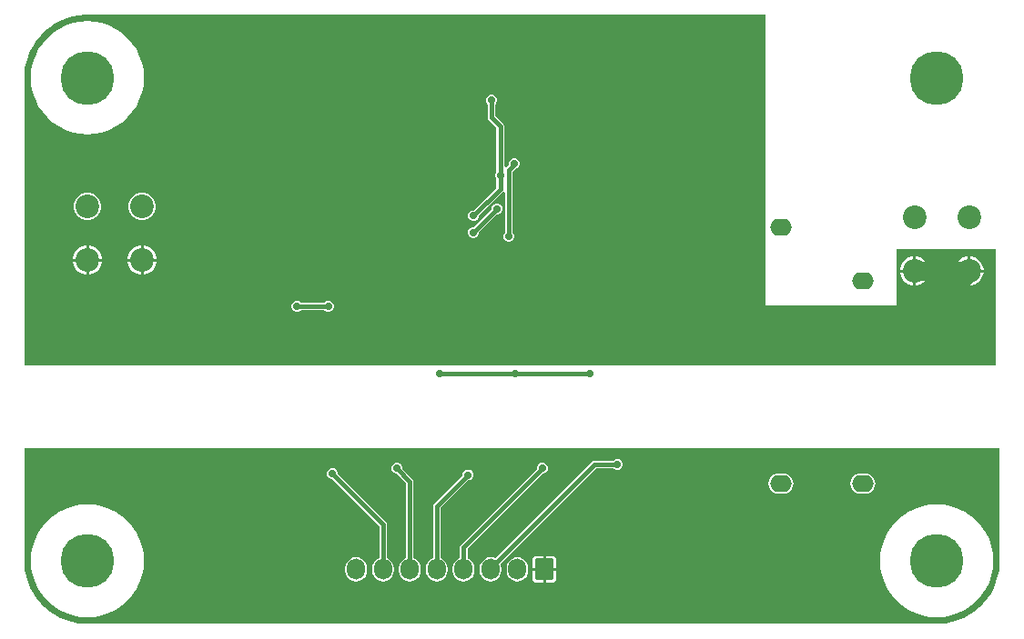
<source format=gbr>
%TF.GenerationSoftware,Altium Limited,Altium Designer,21.3.2 (30)*%
G04 Layer_Physical_Order=2*
G04 Layer_Color=16711680*
%FSLAX45Y45*%
%MOMM*%
%TF.SameCoordinates,D9DFDB92-F573-4E1A-9105-0BCF1000EC4C*%
%TF.FilePolarity,Positive*%
%TF.FileFunction,Copper,L2,Bot,Signal*%
%TF.Part,Single*%
G01*
G75*
%TA.AperFunction,Conductor*%
%ADD23C,0.38100*%
%TA.AperFunction,ComponentPad*%
%ADD31C,2.20000*%
%ADD32O,2.00000X1.60000*%
G04:AMPARAMS|DCode=33|XSize=1.7mm|YSize=1.95mm|CornerRadius=0.85mm|HoleSize=0mm|Usage=FLASHONLY|Rotation=180.000|XOffset=0mm|YOffset=0mm|HoleType=Round|Shape=RoundedRectangle|*
%AMROUNDEDRECTD33*
21,1,1.70000,0.25000,0,0,180.0*
21,1,0.00000,1.95000,0,0,180.0*
1,1,1.70000,0.00000,0.12500*
1,1,1.70000,0.00000,0.12500*
1,1,1.70000,0.00000,-0.12500*
1,1,1.70000,0.00000,-0.12500*
%
%ADD33ROUNDEDRECTD33*%
G04:AMPARAMS|DCode=34|XSize=1.7mm|YSize=1.95mm|CornerRadius=0.1275mm|HoleSize=0mm|Usage=FLASHONLY|Rotation=180.000|XOffset=0mm|YOffset=0mm|HoleType=Round|Shape=RoundedRectangle|*
%AMROUNDEDRECTD34*
21,1,1.70000,1.69500,0,0,180.0*
21,1,1.44500,1.95000,0,0,180.0*
1,1,0.25500,-0.72250,0.84750*
1,1,0.25500,0.72250,0.84750*
1,1,0.25500,0.72250,-0.84750*
1,1,0.25500,-0.72250,-0.84750*
%
%ADD34ROUNDEDRECTD34*%
%ADD35C,5.00000*%
%TA.AperFunction,ViaPad*%
%ADD36C,0.70000*%
%ADD37C,1.00000*%
%ADD38C,0.50000*%
%TA.AperFunction,Conductor*%
%ADD39C,1.80000*%
G36*
X6910000Y5686255D02*
Y5626367D01*
Y5534911D01*
X6910000Y5326853D01*
Y5302314D01*
Y5168705D01*
Y5038065D01*
Y4918414D01*
Y4834760D01*
Y4663379D01*
X6910000Y4240000D01*
Y2980000D01*
X8128238Y2980000D01*
Y3500000D01*
X9049999D01*
X9050000Y2980000D01*
Y2420000D01*
X13745D01*
X13744Y5100000D01*
Y5128802D01*
X19389Y5186125D01*
X30627Y5242619D01*
X47348Y5297743D01*
X69391Y5350957D01*
X96546Y5401761D01*
X128548Y5449654D01*
X165088Y5494179D01*
X205820Y5534911D01*
X250347Y5571453D01*
X298239Y5603453D01*
X349040Y5630607D01*
X402256Y5652650D01*
X457380Y5669372D01*
X513876Y5680609D01*
X571198Y5686255D01*
X600000D01*
X6910000Y5686255D01*
D02*
G37*
G36*
X5278727Y1650000D02*
X9086255Y1649999D01*
Y600000D01*
Y571198D01*
X9080609Y513875D01*
X9069371Y457381D01*
X9052650Y402257D01*
X9030608Y349043D01*
X9003453Y298239D01*
X8971452Y250347D01*
X8934911Y205821D01*
X8894179Y165089D01*
X8849651Y128547D01*
X8801760Y96547D01*
X8750959Y69393D01*
X8697743Y47350D01*
X8642619Y30628D01*
X8586124Y19391D01*
X8528802Y13745D01*
X571198D01*
X513876Y19391D01*
X457381Y30628D01*
X402257Y47350D01*
X349043Y69392D01*
X298239Y96547D01*
X250347Y128548D01*
X205822Y165089D01*
X165089Y205821D01*
X128547Y250348D01*
X96547Y298239D01*
X69393Y349041D01*
X47350Y402257D01*
X30628Y457381D01*
X19391Y513876D01*
X13745Y571198D01*
X13745Y600000D01*
X13745Y1650000D01*
X5278727Y1650000D01*
D02*
G37*
%LPC*%
G36*
X600000Y5626367D02*
X531295Y5621864D01*
X463766Y5608432D01*
X398568Y5586300D01*
X336817Y5555847D01*
X279568Y5517595D01*
X227802Y5472198D01*
X182405Y5420432D01*
X144153Y5363184D01*
X113700Y5301432D01*
X91569Y5236234D01*
X78136Y5168705D01*
X73633Y5100000D01*
X78136Y5031295D01*
X91569Y4963766D01*
X113700Y4898568D01*
X144153Y4836816D01*
X182405Y4779568D01*
X227802Y4727802D01*
X279568Y4682405D01*
X336816Y4644153D01*
X398568Y4613700D01*
X463766Y4591568D01*
X531295Y4578136D01*
X600000Y4573633D01*
X668705Y4578136D01*
X736234Y4591568D01*
X801432Y4613700D01*
X863183Y4644153D01*
X920432Y4682405D01*
X972198Y4727802D01*
X1017595Y4779568D01*
X1055847Y4836816D01*
X1086300Y4898568D01*
X1108432Y4963766D01*
X1121864Y5031295D01*
X1126367Y5100000D01*
X1121864Y5168705D01*
X1108432Y5236234D01*
X1086300Y5301432D01*
X1055847Y5363184D01*
X1017595Y5420432D01*
X972198Y5472198D01*
X920432Y5517595D01*
X863183Y5555847D01*
X801432Y5586300D01*
X736234Y5608432D01*
X668705Y5621864D01*
X600000Y5626367D01*
D02*
G37*
G36*
X1124488Y4025240D02*
X1091512D01*
X1059659Y4016705D01*
X1031101Y4000217D01*
X1007783Y3976899D01*
X991295Y3948341D01*
X982760Y3916488D01*
Y3883512D01*
X991295Y3851659D01*
X1007783Y3823101D01*
X1031101Y3799783D01*
X1059659Y3783295D01*
X1091512Y3774760D01*
X1124488D01*
X1156341Y3783295D01*
X1184899Y3799783D01*
X1208217Y3823101D01*
X1224705Y3851659D01*
X1233240Y3883512D01*
Y3916488D01*
X1224705Y3948341D01*
X1208217Y3976899D01*
X1184899Y4000217D01*
X1156341Y4016705D01*
X1124488Y4025240D01*
D02*
G37*
G36*
X616488D02*
X583512D01*
X551659Y4016705D01*
X523101Y4000217D01*
X499783Y3976899D01*
X483295Y3948341D01*
X474760Y3916488D01*
Y3883512D01*
X483295Y3851659D01*
X499783Y3823101D01*
X523101Y3799783D01*
X551659Y3783295D01*
X583512Y3774760D01*
X616488D01*
X648341Y3783295D01*
X676899Y3799783D01*
X700217Y3823101D01*
X716705Y3851659D01*
X725240Y3883512D01*
Y3916488D01*
X716705Y3948341D01*
X700217Y3976899D01*
X676899Y4000217D01*
X648341Y4016705D01*
X616488Y4025240D01*
D02*
G37*
G36*
X4419993Y3930240D02*
X4400007D01*
X4381541Y3922591D01*
X4367409Y3908459D01*
X4359760Y3889993D01*
Y3879204D01*
X4190796Y3710240D01*
X4180007D01*
X4161541Y3702591D01*
X4147409Y3688459D01*
X4139760Y3669993D01*
Y3650007D01*
X4147409Y3631541D01*
X4161541Y3617409D01*
X4180007Y3609760D01*
X4199993D01*
X4218459Y3617409D01*
X4232591Y3631541D01*
X4240240Y3650007D01*
Y3660796D01*
X4409204Y3829760D01*
X4419993D01*
X4438459Y3837409D01*
X4452591Y3851541D01*
X4460240Y3870007D01*
Y3889993D01*
X4452591Y3908459D01*
X4438459Y3922591D01*
X4419993Y3930240D01*
D02*
G37*
G36*
X4369994Y4940240D02*
X4350007D01*
X4331542Y4932591D01*
X4317409Y4918459D01*
X4309760Y4899993D01*
Y4880006D01*
X4317409Y4861541D01*
X4325038Y4853912D01*
Y4730000D01*
X4327700Y4716620D01*
X4335278Y4705278D01*
X4405038Y4635518D01*
Y4226088D01*
X4397409Y4218459D01*
X4389760Y4199993D01*
Y4180007D01*
X4397409Y4161541D01*
X4405038Y4153912D01*
Y4075283D01*
X4193609Y3863853D01*
X4182819D01*
X4164354Y3856205D01*
X4150221Y3842072D01*
X4142572Y3823607D01*
Y3803620D01*
X4150221Y3785155D01*
X4164354Y3771022D01*
X4182819Y3763373D01*
X4202806D01*
X4221271Y3771022D01*
X4235404Y3785155D01*
X4243052Y3803620D01*
Y3814410D01*
X4464721Y4036079D01*
X4464722Y4036079D01*
X4465038Y4036553D01*
X4485038Y4030486D01*
Y3656088D01*
X4477409Y3648459D01*
X4469760Y3629994D01*
Y3610007D01*
X4477409Y3591541D01*
X4491541Y3577409D01*
X4510007Y3569760D01*
X4529993D01*
X4548459Y3577409D01*
X4562591Y3591541D01*
X4570240Y3610007D01*
Y3629994D01*
X4562591Y3648459D01*
X4554962Y3656088D01*
Y4226886D01*
X4577836Y4249760D01*
X4579993D01*
X4598459Y4257409D01*
X4612591Y4271541D01*
X4620240Y4290007D01*
Y4309993D01*
X4612591Y4328459D01*
X4598459Y4342591D01*
X4579993Y4350240D01*
X4560007D01*
X4541541Y4342591D01*
X4527409Y4328459D01*
X4519760Y4309993D01*
Y4290572D01*
X4495278Y4266090D01*
X4494962Y4265616D01*
X4474962Y4271683D01*
Y4649999D01*
X4474962Y4650000D01*
X4472300Y4663379D01*
X4464722Y4674722D01*
X4394962Y4744482D01*
Y4853912D01*
X4402591Y4861541D01*
X4410240Y4880006D01*
Y4899993D01*
X4402591Y4918459D01*
X4388459Y4932591D01*
X4369994Y4940240D01*
D02*
G37*
G36*
X1125826Y3535400D02*
X1120700D01*
Y3412700D01*
X1243400D01*
Y3417826D01*
X1234173Y3452262D01*
X1216347Y3483137D01*
X1191138Y3508347D01*
X1160263Y3526173D01*
X1125826Y3535400D01*
D02*
G37*
G36*
X617826D02*
X612700D01*
Y3412700D01*
X735400D01*
Y3417826D01*
X726173Y3452262D01*
X708347Y3483137D01*
X683138Y3508347D01*
X652263Y3526173D01*
X617826Y3535400D01*
D02*
G37*
G36*
X1095300D02*
X1090174D01*
X1055738Y3526173D01*
X1024863Y3508347D01*
X999653Y3483137D01*
X981827Y3452262D01*
X972600Y3417826D01*
Y3412700D01*
X1095300D01*
Y3535400D01*
D02*
G37*
G36*
X587300D02*
X582174D01*
X547738Y3526173D01*
X516863Y3508347D01*
X491653Y3483137D01*
X473827Y3452262D01*
X464600Y3417826D01*
Y3412700D01*
X587300D01*
Y3535400D01*
D02*
G37*
G36*
X8817826Y3435400D02*
X8812700D01*
Y3312700D01*
X8935400D01*
Y3317826D01*
X8926173Y3352263D01*
X8908347Y3383138D01*
X8883137Y3408347D01*
X8852262Y3426173D01*
X8817826Y3435400D01*
D02*
G37*
G36*
X8787300D02*
X8782174D01*
X8747737Y3426173D01*
X8716862Y3408347D01*
X8691653Y3383138D01*
X8673827Y3352263D01*
X8664600Y3317826D01*
Y3312700D01*
X8787300D01*
Y3435400D01*
D02*
G37*
G36*
X8309826D02*
X8304700D01*
Y3312700D01*
X8427400D01*
Y3317826D01*
X8418173Y3352263D01*
X8400347Y3383138D01*
X8375137Y3408347D01*
X8344262Y3426173D01*
X8309826Y3435400D01*
D02*
G37*
G36*
X8279300D02*
X8274174D01*
X8239737Y3426173D01*
X8208862Y3408347D01*
X8183653Y3383138D01*
X8165827Y3352263D01*
X8156600Y3317826D01*
Y3312700D01*
X8279300D01*
Y3435400D01*
D02*
G37*
G36*
X1243400Y3387300D02*
X1120700D01*
Y3264600D01*
X1125826D01*
X1160263Y3273827D01*
X1191138Y3291653D01*
X1216347Y3316862D01*
X1234173Y3347737D01*
X1243400Y3382174D01*
Y3387300D01*
D02*
G37*
G36*
X1095300D02*
X972600D01*
Y3382174D01*
X981827Y3347737D01*
X999653Y3316862D01*
X1024863Y3291653D01*
X1055738Y3273827D01*
X1090174Y3264600D01*
X1095300D01*
Y3387300D01*
D02*
G37*
G36*
X735400D02*
X612700D01*
Y3264600D01*
X617826D01*
X652263Y3273827D01*
X683138Y3291653D01*
X708347Y3316862D01*
X726173Y3347737D01*
X735400Y3382174D01*
Y3387300D01*
D02*
G37*
G36*
X587300D02*
X464600D01*
Y3382174D01*
X473827Y3347737D01*
X491653Y3316862D01*
X516863Y3291653D01*
X547738Y3273827D01*
X582174Y3264600D01*
X587300D01*
Y3387300D01*
D02*
G37*
G36*
X8935400Y3287300D02*
X8812700D01*
Y3164600D01*
X8817826D01*
X8852262Y3173827D01*
X8883137Y3191653D01*
X8908347Y3216863D01*
X8926173Y3247737D01*
X8935400Y3282174D01*
Y3287300D01*
D02*
G37*
G36*
X8787300D02*
X8664600D01*
Y3282174D01*
X8673827Y3247737D01*
X8691653Y3216863D01*
X8716862Y3191653D01*
X8747737Y3173827D01*
X8782174Y3164600D01*
X8787300D01*
Y3287300D01*
D02*
G37*
G36*
X8427400D02*
X8304700D01*
Y3164600D01*
X8309826D01*
X8344262Y3173827D01*
X8375137Y3191653D01*
X8400347Y3216863D01*
X8418173Y3247737D01*
X8427400Y3282174D01*
Y3287300D01*
D02*
G37*
G36*
X8279300D02*
X8156600D01*
Y3282174D01*
X8165827Y3247737D01*
X8183653Y3216863D01*
X8208862Y3191653D01*
X8239737Y3173827D01*
X8274174Y3164600D01*
X8279300D01*
Y3287300D01*
D02*
G37*
G36*
X2849993Y3020240D02*
X2830007D01*
X2811541Y3012591D01*
X2803912Y3004962D01*
X2586088D01*
X2578459Y3012591D01*
X2559993Y3020240D01*
X2540007D01*
X2521541Y3012591D01*
X2507409Y2998459D01*
X2499760Y2979993D01*
Y2960007D01*
X2507409Y2941541D01*
X2521541Y2927409D01*
X2540007Y2919760D01*
X2559993D01*
X2578459Y2927409D01*
X2586088Y2935038D01*
X2803912D01*
X2811541Y2927409D01*
X2830007Y2919760D01*
X2849993D01*
X2868459Y2927409D01*
X2882591Y2941541D01*
X2890240Y2960007D01*
Y2979993D01*
X2882591Y2998459D01*
X2868459Y3012591D01*
X2849993Y3020240D01*
D02*
G37*
G36*
X5539993Y1550240D02*
X5520007D01*
X5501541Y1542591D01*
X5493912Y1534962D01*
X5317500D01*
X5304120Y1532300D01*
X5292778Y1524722D01*
X4391758Y623702D01*
X4376168Y630160D01*
X4350000Y633605D01*
X4323832Y630160D01*
X4299448Y620059D01*
X4278508Y603992D01*
X4262441Y583052D01*
X4252340Y558668D01*
X4248895Y532500D01*
Y507500D01*
X4252340Y481332D01*
X4262441Y456948D01*
X4278508Y436008D01*
X4299448Y419941D01*
X4323832Y409840D01*
X4350000Y406395D01*
X4376168Y409840D01*
X4400552Y419941D01*
X4421492Y436008D01*
X4437559Y456948D01*
X4447660Y481332D01*
X4451105Y507500D01*
Y532500D01*
X4447660Y558668D01*
X4441202Y574258D01*
X5331982Y1465038D01*
X5493912D01*
X5501541Y1457409D01*
X5520007Y1449760D01*
X5539993D01*
X5558459Y1457409D01*
X5572591Y1471541D01*
X5580240Y1490007D01*
Y1509993D01*
X5572591Y1528459D01*
X5558459Y1542591D01*
X5539993Y1550240D01*
D02*
G37*
G36*
X7070000Y1416062D02*
X7030000D01*
X7005137Y1412788D01*
X6981969Y1403192D01*
X6962074Y1387926D01*
X6946808Y1368031D01*
X6937211Y1344862D01*
X6933938Y1320000D01*
X6937211Y1295137D01*
X6946808Y1271969D01*
X6962074Y1252074D01*
X6981969Y1236808D01*
X7005137Y1227211D01*
X7030000Y1223938D01*
X7070000D01*
X7094863Y1227211D01*
X7118031Y1236808D01*
X7137926Y1252074D01*
X7153192Y1271969D01*
X7162789Y1295137D01*
X7166062Y1320000D01*
X7162789Y1344862D01*
X7153192Y1368031D01*
X7137926Y1387926D01*
X7118031Y1403192D01*
X7094863Y1412788D01*
X7070000Y1416062D01*
D02*
G37*
G36*
X7832001Y1416061D02*
X7792000D01*
X7767138Y1412788D01*
X7743969Y1403192D01*
X7724074Y1387926D01*
X7708808Y1368031D01*
X7699212Y1344862D01*
X7695938Y1320000D01*
X7699212Y1295137D01*
X7708808Y1271969D01*
X7724074Y1252074D01*
X7743969Y1236808D01*
X7767138Y1227211D01*
X7792000Y1223938D01*
X7832001D01*
X7856863Y1227211D01*
X7880031Y1236808D01*
X7899927Y1252074D01*
X7915192Y1271969D01*
X7924789Y1295137D01*
X7928062Y1320000D01*
X7924789Y1344862D01*
X7915192Y1368031D01*
X7899927Y1387926D01*
X7880031Y1403192D01*
X7856863Y1412788D01*
X7832001Y1416061D01*
D02*
G37*
G36*
X4922250Y643647D02*
X4862700D01*
Y532700D01*
X4961147D01*
Y604750D01*
X4958186Y619635D01*
X4949754Y632255D01*
X4937135Y640687D01*
X4922250Y643647D01*
D02*
G37*
G36*
X4837300D02*
X4777750D01*
X4762865Y640687D01*
X4750246Y632255D01*
X4741813Y619635D01*
X4738853Y604750D01*
Y532700D01*
X4837300D01*
Y643647D01*
D02*
G37*
G36*
X4600000Y633605D02*
X4573832Y630160D01*
X4549448Y620059D01*
X4528508Y603992D01*
X4512441Y583052D01*
X4502340Y558668D01*
X4498895Y532500D01*
Y507500D01*
X4502340Y481332D01*
X4512441Y456948D01*
X4528508Y436008D01*
X4549448Y419941D01*
X4573832Y409840D01*
X4600000Y406395D01*
X4626168Y409840D01*
X4650552Y419941D01*
X4671492Y436008D01*
X4687559Y456948D01*
X4697660Y481332D01*
X4701105Y507500D01*
Y532500D01*
X4697660Y558668D01*
X4687559Y583052D01*
X4671492Y603992D01*
X4650552Y620059D01*
X4626168Y630160D01*
X4600000Y633605D01*
D02*
G37*
G36*
X4839993Y1510240D02*
X4820007D01*
X4801541Y1502591D01*
X4787409Y1488459D01*
X4779760Y1469993D01*
Y1459203D01*
X4075278Y754722D01*
X4067700Y743379D01*
X4065038Y730000D01*
Y626517D01*
X4049448Y620059D01*
X4028508Y603992D01*
X4012441Y583052D01*
X4002340Y558668D01*
X3998895Y532500D01*
Y507500D01*
X4002340Y481332D01*
X4012441Y456948D01*
X4028508Y436008D01*
X4049448Y419941D01*
X4073832Y409840D01*
X4100000Y406395D01*
X4126168Y409840D01*
X4150552Y419941D01*
X4171492Y436008D01*
X4187559Y456948D01*
X4197660Y481332D01*
X4201105Y507500D01*
Y532500D01*
X4197660Y558668D01*
X4187559Y583052D01*
X4171492Y603992D01*
X4150552Y620059D01*
X4134962Y626517D01*
Y715518D01*
X4829203Y1409760D01*
X4839993D01*
X4858459Y1417409D01*
X4872591Y1431541D01*
X4880240Y1450006D01*
Y1469993D01*
X4872591Y1488459D01*
X4858459Y1502591D01*
X4839993Y1510240D01*
D02*
G37*
G36*
X4149993Y1450240D02*
X4130007D01*
X4111541Y1442591D01*
X4097409Y1428459D01*
X4089760Y1409993D01*
Y1399204D01*
X3825278Y1134722D01*
X3817700Y1123379D01*
X3815038Y1110000D01*
Y626517D01*
X3799448Y620059D01*
X3778508Y603992D01*
X3762441Y583052D01*
X3752340Y558668D01*
X3748895Y532500D01*
Y507500D01*
X3752340Y481332D01*
X3762441Y456948D01*
X3778508Y436008D01*
X3799448Y419941D01*
X3823832Y409840D01*
X3850000Y406395D01*
X3876168Y409840D01*
X3900552Y419941D01*
X3921492Y436008D01*
X3937559Y456948D01*
X3947660Y481332D01*
X3951105Y507500D01*
Y532500D01*
X3947660Y558668D01*
X3937559Y583052D01*
X3921492Y603992D01*
X3900552Y620059D01*
X3884962Y626517D01*
Y1095518D01*
X4139204Y1349760D01*
X4149993D01*
X4168459Y1357409D01*
X4182591Y1371541D01*
X4190240Y1390007D01*
Y1409993D01*
X4182591Y1428459D01*
X4168459Y1442591D01*
X4149993Y1450240D01*
D02*
G37*
G36*
X3489993Y1510240D02*
X3470007D01*
X3451541Y1502591D01*
X3437409Y1488459D01*
X3429760Y1469993D01*
Y1450006D01*
X3437409Y1431541D01*
X3451541Y1417409D01*
X3470007Y1409760D01*
X3480796D01*
X3565038Y1325518D01*
Y626517D01*
X3549448Y620059D01*
X3528508Y603992D01*
X3512441Y583052D01*
X3502340Y558668D01*
X3498895Y532500D01*
Y507500D01*
X3502340Y481332D01*
X3512441Y456948D01*
X3528508Y436008D01*
X3549448Y419941D01*
X3573832Y409840D01*
X3600000Y406395D01*
X3626168Y409840D01*
X3650552Y419941D01*
X3671492Y436008D01*
X3687559Y456948D01*
X3697660Y481332D01*
X3701105Y507500D01*
Y532500D01*
X3697660Y558668D01*
X3687559Y583052D01*
X3671492Y603992D01*
X3650552Y620059D01*
X3634962Y626517D01*
Y1340000D01*
X3632300Y1353379D01*
X3624722Y1364722D01*
X3624721Y1364722D01*
X3530240Y1459204D01*
Y1469993D01*
X3522591Y1488459D01*
X3508459Y1502591D01*
X3489993Y1510240D01*
D02*
G37*
G36*
X2889993Y1460240D02*
X2870007D01*
X2851541Y1452591D01*
X2837409Y1438459D01*
X2829760Y1419993D01*
Y1400007D01*
X2837409Y1381541D01*
X2851541Y1367409D01*
X2870007Y1359760D01*
X2880796D01*
X3315038Y925518D01*
Y626517D01*
X3299448Y620059D01*
X3278508Y603992D01*
X3262441Y583052D01*
X3252340Y558668D01*
X3248895Y532500D01*
Y507500D01*
X3252340Y481332D01*
X3262441Y456948D01*
X3278508Y436008D01*
X3299448Y419941D01*
X3323832Y409840D01*
X3350000Y406395D01*
X3376168Y409840D01*
X3400552Y419941D01*
X3421492Y436008D01*
X3437559Y456948D01*
X3447660Y481332D01*
X3451105Y507500D01*
Y532500D01*
X3447660Y558668D01*
X3437559Y583052D01*
X3421492Y603992D01*
X3400552Y620059D01*
X3384962Y626517D01*
Y940000D01*
X3382300Y953379D01*
X3374722Y964722D01*
X2930240Y1409204D01*
Y1419993D01*
X2922591Y1438459D01*
X2908459Y1452591D01*
X2889993Y1460240D01*
D02*
G37*
G36*
X3100000Y633605D02*
X3073832Y630160D01*
X3049448Y620059D01*
X3028508Y603992D01*
X3012441Y583052D01*
X3002340Y558668D01*
X2998895Y532500D01*
Y507500D01*
X3002340Y481332D01*
X3012441Y456948D01*
X3028508Y436008D01*
X3049448Y419941D01*
X3073832Y409840D01*
X3100000Y406395D01*
X3126168Y409840D01*
X3150552Y419941D01*
X3171492Y436008D01*
X3187559Y456948D01*
X3197660Y481332D01*
X3201105Y507500D01*
Y532500D01*
X3197660Y558668D01*
X3187559Y583052D01*
X3171492Y603992D01*
X3150552Y620059D01*
X3126168Y630160D01*
X3100000Y633605D01*
D02*
G37*
G36*
X4961147Y507300D02*
X4862700D01*
Y396353D01*
X4922250D01*
X4937135Y399313D01*
X4949754Y407745D01*
X4958186Y420365D01*
X4961147Y435250D01*
Y507300D01*
D02*
G37*
G36*
X4837300D02*
X4738853D01*
Y435250D01*
X4741813Y420365D01*
X4750246Y407745D01*
X4762865Y399313D01*
X4777750Y396353D01*
X4837300D01*
Y507300D01*
D02*
G37*
G36*
X8500000Y1126367D02*
X8431295Y1121864D01*
X8363766Y1108432D01*
X8298568Y1086300D01*
X8236817Y1055847D01*
X8179568Y1017595D01*
X8127802Y972198D01*
X8082405Y920432D01*
X8044153Y863183D01*
X8013700Y801432D01*
X7991568Y736234D01*
X7978136Y668705D01*
X7973633Y600000D01*
X7978136Y531295D01*
X7991568Y463766D01*
X8013700Y398568D01*
X8044153Y336816D01*
X8082405Y279568D01*
X8127802Y227802D01*
X8179568Y182405D01*
X8236817Y144153D01*
X8298568Y113700D01*
X8363766Y91569D01*
X8431295Y78136D01*
X8500000Y73633D01*
X8568705Y78136D01*
X8636234Y91569D01*
X8701432Y113700D01*
X8763183Y144153D01*
X8820432Y182405D01*
X8872198Y227802D01*
X8917595Y279568D01*
X8955847Y336816D01*
X8986300Y398568D01*
X9008432Y463766D01*
X9021864Y531295D01*
X9026367Y600000D01*
X9021864Y668705D01*
X9008432Y736234D01*
X8986300Y801432D01*
X8955847Y863183D01*
X8917595Y920432D01*
X8872198Y972198D01*
X8820432Y1017595D01*
X8763183Y1055847D01*
X8701432Y1086300D01*
X8636234Y1108432D01*
X8568705Y1121864D01*
X8500000Y1126367D01*
D02*
G37*
G36*
X600000Y1126367D02*
X531295Y1121863D01*
X463766Y1108431D01*
X398568Y1086299D01*
X336817Y1055847D01*
X279568Y1017595D01*
X227802Y972197D01*
X182405Y920431D01*
X144153Y863183D01*
X113700Y801431D01*
X91569Y736233D01*
X78136Y668704D01*
X73633Y600000D01*
X78136Y531295D01*
X91569Y463766D01*
X113700Y398568D01*
X144153Y336816D01*
X182405Y279568D01*
X227802Y227802D01*
X279568Y182405D01*
X336816Y144152D01*
X398568Y113700D01*
X463766Y91568D01*
X531295Y78136D01*
X600000Y73633D01*
X668705Y78136D01*
X736234Y91568D01*
X801432Y113700D01*
X863183Y144152D01*
X920432Y182405D01*
X972198Y227802D01*
X1017595Y279568D01*
X1055847Y336816D01*
X1086300Y398568D01*
X1108432Y463766D01*
X1121864Y531295D01*
X1126367Y600000D01*
X1121864Y668704D01*
X1108432Y736233D01*
X1086300Y801431D01*
X1055847Y863183D01*
X1017595Y920431D01*
X972198Y972197D01*
X920432Y1017595D01*
X863183Y1055847D01*
X801432Y1086299D01*
X736234Y1108431D01*
X668705Y1121863D01*
X600000Y1126367D01*
D02*
G37*
%LPD*%
D23*
X4520000Y3620000D02*
Y4241368D01*
X2550000Y2970000D02*
X2840000D01*
X4360000Y4730000D02*
X4440000Y4650000D01*
Y4190000D02*
Y4650000D01*
X4360000Y4730000D02*
Y4890000D01*
X4440000Y4060801D02*
Y4190000D01*
X4192812Y3813613D02*
X4440000Y4060801D01*
X4350000Y532500D02*
X5317500Y1500000D01*
X5530000D01*
X4350000Y520000D02*
Y532500D01*
X4100000Y730000D02*
X4830000Y1460000D01*
X4100000Y520000D02*
Y730000D01*
X3850000Y1110000D02*
X4140000Y1400000D01*
X3850000Y520000D02*
Y1110000D01*
X3600000Y520000D02*
Y1340000D01*
X3480000Y1460000D02*
X3600000Y1340000D01*
X2880000Y1410000D02*
X3350000Y940000D01*
Y520000D02*
Y940000D01*
X4520000Y4241368D02*
X4570000Y4291368D01*
X4190000Y3660000D02*
X4410000Y3880000D01*
X4570000Y4291368D02*
Y4300000D01*
X5275767Y2346635D02*
X5277402Y2348270D01*
X4578634Y2346635D02*
X5275767D01*
X4576999Y2345000D02*
X4578634Y2346635D01*
X3878000Y2345000D02*
X4576999D01*
D31*
X8292000Y3300000D02*
D03*
X8800000D02*
D03*
X8292000Y3800000D02*
D03*
X8800000D02*
D03*
X600000Y3400000D02*
D03*
X1108000D02*
D03*
X600000Y3900000D02*
D03*
X1108000D02*
D03*
D32*
X7050000Y1320000D02*
D03*
Y3709999D02*
D03*
X7812000Y3210000D02*
D03*
Y1320000D02*
D03*
D33*
X3100000Y520000D02*
D03*
X3350000D02*
D03*
X3600000D02*
D03*
X3850000D02*
D03*
X4100000D02*
D03*
X4350000D02*
D03*
X4600000D02*
D03*
D34*
X4850000D02*
D03*
D35*
X8500000Y600000D02*
D03*
X600000Y600000D02*
D03*
X8500000Y5100000D02*
D03*
X600000D02*
D03*
D36*
X4520000Y3620000D02*
D03*
X2840000Y2970000D02*
D03*
X1940000Y3300000D02*
D03*
Y3120000D02*
D03*
X2140000D02*
D03*
Y3300000D02*
D03*
X2470000Y1530000D02*
D03*
X4192812Y3813613D02*
D03*
X2550000Y2970000D02*
D03*
X3470000Y2510000D02*
D03*
X3480000Y1460000D02*
D03*
X2880000Y1410000D02*
D03*
X6530000Y900000D02*
D03*
X5530000Y1500000D02*
D03*
X4830000Y1460000D02*
D03*
X4140000Y1400000D02*
D03*
X4440000Y4190000D02*
D03*
X4190000Y3660000D02*
D03*
X4410000Y3880000D02*
D03*
X4360000Y4890000D02*
D03*
X4570000Y4300000D02*
D03*
X3065710Y3490620D02*
D03*
X4580000Y3050000D02*
D03*
X4860000D02*
D03*
Y3260000D02*
D03*
X5160000Y3050000D02*
D03*
X5200000Y2890000D02*
D03*
X4580000D02*
D03*
X5277402Y2348270D02*
D03*
X3878000Y2345000D02*
D03*
X4576999D02*
D03*
X3558902Y3587500D02*
D03*
X6520000Y2890000D02*
D03*
X6210000Y2900000D02*
D03*
X6520000Y3270000D02*
D03*
X6310000Y3070000D02*
D03*
X6530000D02*
D03*
X6310000Y3270000D02*
D03*
X4690000Y3600000D02*
D03*
X5410000Y3050000D02*
D03*
X5160000Y3260000D02*
D03*
X6070000Y3270000D02*
D03*
Y3070000D02*
D03*
X5410000Y3260000D02*
D03*
D37*
X6740000Y5200000D02*
D03*
D38*
X4120001Y4232500D02*
D03*
Y4492500D02*
D03*
Y4362500D02*
D03*
X3990001Y4492500D02*
D03*
Y4362500D02*
D03*
Y4232500D02*
D03*
X4120001Y3972500D02*
D03*
X3860001Y4102500D02*
D03*
X4120001D02*
D03*
X3990001Y3972500D02*
D03*
Y4102500D02*
D03*
X3860001Y4362500D02*
D03*
Y4232500D02*
D03*
Y4492500D02*
D03*
Y3972500D02*
D03*
D39*
X8292000Y3300000D02*
X8800000D01*
X8710000Y3199176D02*
X8800000Y3289176D01*
Y3300000D01*
X8710000Y3130000D02*
Y3199176D01*
%TF.MD5,74fb360fe211179d62af2192403230f6*%
M02*

</source>
